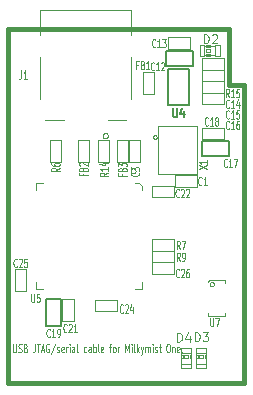
<source format=gto>
G04 (created by PCBNEW-RS274X (2010-05-05 BZR 2356)-stable) date 2010年10月27日 星期三 23时04分44秒*
G01*
G70*
G90*
%MOIN*%
G04 Gerber Fmt 3.4, Leading zero omitted, Abs format*
%FSLAX34Y34*%
G04 APERTURE LIST*
%ADD10C,0.006000*%
%ADD11C,0.015000*%
%ADD12C,0.004500*%
%ADD13C,0.002600*%
%ADD14C,0.004000*%
%ADD15C,0.003000*%
%ADD16C,0.005000*%
%ADD17C,0.003500*%
G04 APERTURE END LIST*
G54D10*
G54D11*
X47244Y-41220D02*
X47244Y-41220D01*
X46732Y-41221D02*
X47244Y-41221D01*
X46732Y-39370D02*
X46732Y-41220D01*
G54D12*
X39528Y-49872D02*
X39528Y-50099D01*
X39536Y-50126D01*
X39545Y-50139D01*
X39562Y-50152D01*
X39596Y-50152D01*
X39614Y-50139D01*
X39622Y-50126D01*
X39631Y-50099D01*
X39631Y-49872D01*
X39708Y-50139D02*
X39734Y-50152D01*
X39777Y-50152D01*
X39794Y-50139D01*
X39803Y-50126D01*
X39811Y-50099D01*
X39811Y-50072D01*
X39803Y-50046D01*
X39794Y-50032D01*
X39777Y-50019D01*
X39743Y-50006D01*
X39725Y-49992D01*
X39717Y-49979D01*
X39708Y-49952D01*
X39708Y-49926D01*
X39717Y-49899D01*
X39725Y-49886D01*
X39743Y-49872D01*
X39785Y-49872D01*
X39811Y-49886D01*
X39948Y-50006D02*
X39974Y-50019D01*
X39982Y-50032D01*
X39991Y-50059D01*
X39991Y-50099D01*
X39982Y-50126D01*
X39974Y-50139D01*
X39956Y-50152D01*
X39888Y-50152D01*
X39888Y-49872D01*
X39948Y-49872D01*
X39965Y-49886D01*
X39974Y-49899D01*
X39982Y-49926D01*
X39982Y-49952D01*
X39974Y-49979D01*
X39965Y-49992D01*
X39948Y-50006D01*
X39888Y-50006D01*
X40256Y-49872D02*
X40256Y-50072D01*
X40248Y-50112D01*
X40231Y-50139D01*
X40205Y-50152D01*
X40188Y-50152D01*
X40316Y-49872D02*
X40419Y-49872D01*
X40368Y-50152D02*
X40368Y-49872D01*
X40470Y-50072D02*
X40556Y-50072D01*
X40453Y-50152D02*
X40513Y-49872D01*
X40573Y-50152D01*
X40727Y-49886D02*
X40710Y-49872D01*
X40684Y-49872D01*
X40659Y-49886D01*
X40641Y-49912D01*
X40633Y-49939D01*
X40624Y-49992D01*
X40624Y-50032D01*
X40633Y-50086D01*
X40641Y-50112D01*
X40659Y-50139D01*
X40684Y-50152D01*
X40701Y-50152D01*
X40727Y-50139D01*
X40736Y-50126D01*
X40736Y-50032D01*
X40701Y-50032D01*
X40941Y-49859D02*
X40787Y-50219D01*
X40993Y-50139D02*
X41010Y-50152D01*
X41045Y-50152D01*
X41062Y-50139D01*
X41070Y-50112D01*
X41070Y-50099D01*
X41062Y-50072D01*
X41045Y-50059D01*
X41019Y-50059D01*
X41002Y-50046D01*
X40993Y-50019D01*
X40993Y-50006D01*
X41002Y-49979D01*
X41019Y-49966D01*
X41045Y-49966D01*
X41062Y-49979D01*
X41216Y-50139D02*
X41199Y-50152D01*
X41165Y-50152D01*
X41148Y-50139D01*
X41139Y-50112D01*
X41139Y-50006D01*
X41148Y-49979D01*
X41165Y-49966D01*
X41199Y-49966D01*
X41216Y-49979D01*
X41225Y-50006D01*
X41225Y-50032D01*
X41139Y-50059D01*
X41302Y-50152D02*
X41302Y-49966D01*
X41302Y-50019D02*
X41310Y-49992D01*
X41319Y-49979D01*
X41336Y-49966D01*
X41353Y-49966D01*
X41413Y-50152D02*
X41413Y-49966D01*
X41413Y-49872D02*
X41404Y-49886D01*
X41413Y-49899D01*
X41421Y-49886D01*
X41413Y-49872D01*
X41413Y-49899D01*
X41576Y-50152D02*
X41576Y-50006D01*
X41567Y-49979D01*
X41550Y-49966D01*
X41516Y-49966D01*
X41499Y-49979D01*
X41576Y-50139D02*
X41559Y-50152D01*
X41516Y-50152D01*
X41499Y-50139D01*
X41490Y-50112D01*
X41490Y-50086D01*
X41499Y-50059D01*
X41516Y-50046D01*
X41559Y-50046D01*
X41576Y-50032D01*
X41688Y-50152D02*
X41670Y-50139D01*
X41662Y-50112D01*
X41662Y-49872D01*
X41970Y-50139D02*
X41953Y-50152D01*
X41919Y-50152D01*
X41901Y-50139D01*
X41893Y-50126D01*
X41884Y-50099D01*
X41884Y-50019D01*
X41893Y-49992D01*
X41901Y-49979D01*
X41919Y-49966D01*
X41953Y-49966D01*
X41970Y-49979D01*
X42124Y-50152D02*
X42124Y-50006D01*
X42115Y-49979D01*
X42098Y-49966D01*
X42064Y-49966D01*
X42047Y-49979D01*
X42124Y-50139D02*
X42107Y-50152D01*
X42064Y-50152D01*
X42047Y-50139D01*
X42038Y-50112D01*
X42038Y-50086D01*
X42047Y-50059D01*
X42064Y-50046D01*
X42107Y-50046D01*
X42124Y-50032D01*
X42210Y-50152D02*
X42210Y-49872D01*
X42210Y-49979D02*
X42227Y-49966D01*
X42261Y-49966D01*
X42278Y-49979D01*
X42287Y-49992D01*
X42296Y-50019D01*
X42296Y-50099D01*
X42287Y-50126D01*
X42278Y-50139D01*
X42261Y-50152D01*
X42227Y-50152D01*
X42210Y-50139D01*
X42399Y-50152D02*
X42381Y-50139D01*
X42373Y-50112D01*
X42373Y-49872D01*
X42535Y-50139D02*
X42518Y-50152D01*
X42484Y-50152D01*
X42467Y-50139D01*
X42458Y-50112D01*
X42458Y-50006D01*
X42467Y-49979D01*
X42484Y-49966D01*
X42518Y-49966D01*
X42535Y-49979D01*
X42544Y-50006D01*
X42544Y-50032D01*
X42458Y-50059D01*
X42732Y-49966D02*
X42801Y-49966D01*
X42758Y-50152D02*
X42758Y-49912D01*
X42766Y-49886D01*
X42784Y-49872D01*
X42801Y-49872D01*
X42887Y-50152D02*
X42869Y-50139D01*
X42861Y-50126D01*
X42852Y-50099D01*
X42852Y-50019D01*
X42861Y-49992D01*
X42869Y-49979D01*
X42887Y-49966D01*
X42912Y-49966D01*
X42929Y-49979D01*
X42938Y-49992D01*
X42947Y-50019D01*
X42947Y-50099D01*
X42938Y-50126D01*
X42929Y-50139D01*
X42912Y-50152D01*
X42887Y-50152D01*
X43024Y-50152D02*
X43024Y-49966D01*
X43024Y-50019D02*
X43032Y-49992D01*
X43041Y-49979D01*
X43058Y-49966D01*
X43075Y-49966D01*
X43272Y-50152D02*
X43272Y-49872D01*
X43332Y-50072D01*
X43392Y-49872D01*
X43392Y-50152D01*
X43478Y-50152D02*
X43478Y-49966D01*
X43478Y-49872D02*
X43469Y-49886D01*
X43478Y-49899D01*
X43486Y-49886D01*
X43478Y-49872D01*
X43478Y-49899D01*
X43590Y-50152D02*
X43572Y-50139D01*
X43564Y-50112D01*
X43564Y-49872D01*
X43658Y-50152D02*
X43658Y-49872D01*
X43675Y-50046D02*
X43726Y-50152D01*
X43726Y-49966D02*
X43658Y-50072D01*
X43787Y-49966D02*
X43830Y-50152D01*
X43872Y-49966D02*
X43830Y-50152D01*
X43812Y-50219D01*
X43804Y-50232D01*
X43787Y-50246D01*
X43941Y-50152D02*
X43941Y-49966D01*
X43941Y-49992D02*
X43949Y-49979D01*
X43967Y-49966D01*
X43992Y-49966D01*
X44009Y-49979D01*
X44018Y-50006D01*
X44018Y-50152D01*
X44018Y-50006D02*
X44027Y-49979D01*
X44044Y-49966D01*
X44069Y-49966D01*
X44087Y-49979D01*
X44095Y-50006D01*
X44095Y-50152D01*
X44181Y-50152D02*
X44181Y-49966D01*
X44181Y-49872D02*
X44172Y-49886D01*
X44181Y-49899D01*
X44189Y-49886D01*
X44181Y-49872D01*
X44181Y-49899D01*
X44258Y-50139D02*
X44275Y-50152D01*
X44310Y-50152D01*
X44327Y-50139D01*
X44335Y-50112D01*
X44335Y-50099D01*
X44327Y-50072D01*
X44310Y-50059D01*
X44284Y-50059D01*
X44267Y-50046D01*
X44258Y-50019D01*
X44258Y-50006D01*
X44267Y-49979D01*
X44284Y-49966D01*
X44310Y-49966D01*
X44327Y-49979D01*
X44387Y-49966D02*
X44456Y-49966D01*
X44413Y-49872D02*
X44413Y-50112D01*
X44421Y-50139D01*
X44439Y-50152D01*
X44456Y-50152D01*
X44687Y-49872D02*
X44721Y-49872D01*
X44739Y-49886D01*
X44756Y-49912D01*
X44764Y-49966D01*
X44764Y-50059D01*
X44756Y-50112D01*
X44739Y-50139D01*
X44721Y-50152D01*
X44687Y-50152D01*
X44670Y-50139D01*
X44653Y-50112D01*
X44644Y-50059D01*
X44644Y-49966D01*
X44653Y-49912D01*
X44670Y-49886D01*
X44687Y-49872D01*
X44842Y-49966D02*
X44842Y-50152D01*
X44842Y-49992D02*
X44850Y-49979D01*
X44868Y-49966D01*
X44893Y-49966D01*
X44910Y-49979D01*
X44919Y-50006D01*
X44919Y-50152D01*
X45073Y-50139D02*
X45056Y-50152D01*
X45022Y-50152D01*
X45005Y-50139D01*
X44996Y-50112D01*
X44996Y-50006D01*
X45005Y-49979D01*
X45022Y-49966D01*
X45056Y-49966D01*
X45073Y-49979D01*
X45082Y-50006D01*
X45082Y-50032D01*
X44996Y-50059D01*
X45159Y-50126D02*
X45167Y-50139D01*
X45159Y-50152D01*
X45150Y-50139D01*
X45159Y-50126D01*
X45159Y-50152D01*
G54D11*
X39370Y-51181D02*
X39370Y-39370D01*
X47244Y-51181D02*
X39370Y-51181D01*
X47244Y-41220D02*
X47244Y-51181D01*
X39370Y-39370D02*
X46732Y-39370D01*
G54D13*
X45903Y-40257D02*
X45903Y-39903D01*
X45903Y-39903D02*
X45746Y-39903D01*
X45746Y-40257D02*
X45746Y-39903D01*
X45903Y-40257D02*
X45746Y-40257D01*
X46414Y-40257D02*
X46414Y-39903D01*
X46414Y-39903D02*
X46257Y-39903D01*
X46257Y-40257D02*
X46257Y-39903D01*
X46414Y-40257D02*
X46257Y-40257D01*
X46080Y-40257D02*
X46080Y-40198D01*
X46080Y-40198D02*
X45962Y-40198D01*
X45962Y-40257D02*
X45962Y-40198D01*
X46080Y-40257D02*
X45962Y-40257D01*
X46080Y-39962D02*
X46080Y-39903D01*
X46080Y-39903D02*
X45962Y-39903D01*
X45962Y-39962D02*
X45962Y-39903D01*
X46080Y-39962D02*
X45962Y-39962D01*
X46080Y-40139D02*
X46080Y-40021D01*
X46080Y-40021D02*
X45962Y-40021D01*
X45962Y-40139D02*
X45962Y-40021D01*
X46080Y-40139D02*
X45962Y-40139D01*
G54D14*
X45903Y-40237D02*
X46257Y-40237D01*
X45903Y-39923D02*
X46257Y-39923D01*
G54D13*
X45623Y-50173D02*
X45977Y-50173D01*
X45977Y-50173D02*
X45977Y-50016D01*
X45623Y-50016D02*
X45977Y-50016D01*
X45623Y-50173D02*
X45623Y-50016D01*
X45623Y-50684D02*
X45977Y-50684D01*
X45977Y-50684D02*
X45977Y-50527D01*
X45623Y-50527D02*
X45977Y-50527D01*
X45623Y-50684D02*
X45623Y-50527D01*
X45623Y-50350D02*
X45682Y-50350D01*
X45682Y-50350D02*
X45682Y-50232D01*
X45623Y-50232D02*
X45682Y-50232D01*
X45623Y-50350D02*
X45623Y-50232D01*
X45918Y-50350D02*
X45977Y-50350D01*
X45977Y-50350D02*
X45977Y-50232D01*
X45918Y-50232D02*
X45977Y-50232D01*
X45918Y-50350D02*
X45918Y-50232D01*
X45741Y-50350D02*
X45859Y-50350D01*
X45859Y-50350D02*
X45859Y-50232D01*
X45741Y-50232D02*
X45859Y-50232D01*
X45741Y-50350D02*
X45741Y-50232D01*
G54D14*
X45643Y-50173D02*
X45643Y-50527D01*
X45957Y-50173D02*
X45957Y-50527D01*
G54D13*
X45123Y-50173D02*
X45477Y-50173D01*
X45477Y-50173D02*
X45477Y-50016D01*
X45123Y-50016D02*
X45477Y-50016D01*
X45123Y-50173D02*
X45123Y-50016D01*
X45123Y-50684D02*
X45477Y-50684D01*
X45477Y-50684D02*
X45477Y-50527D01*
X45123Y-50527D02*
X45477Y-50527D01*
X45123Y-50684D02*
X45123Y-50527D01*
X45123Y-50350D02*
X45182Y-50350D01*
X45182Y-50350D02*
X45182Y-50232D01*
X45123Y-50232D02*
X45182Y-50232D01*
X45123Y-50350D02*
X45123Y-50232D01*
X45418Y-50350D02*
X45477Y-50350D01*
X45477Y-50350D02*
X45477Y-50232D01*
X45418Y-50232D02*
X45477Y-50232D01*
X45418Y-50350D02*
X45418Y-50232D01*
X45241Y-50350D02*
X45359Y-50350D01*
X45359Y-50350D02*
X45359Y-50232D01*
X45241Y-50232D02*
X45359Y-50232D01*
X45241Y-50350D02*
X45241Y-50232D01*
G54D14*
X45143Y-50173D02*
X45143Y-50527D01*
X45457Y-50173D02*
X45457Y-50527D01*
G54D15*
X43613Y-44096D02*
X43611Y-44112D01*
X43606Y-44127D01*
X43599Y-44141D01*
X43588Y-44154D01*
X43576Y-44164D01*
X43562Y-44172D01*
X43546Y-44177D01*
X43530Y-44178D01*
X43515Y-44177D01*
X43499Y-44172D01*
X43485Y-44165D01*
X43472Y-44155D01*
X43462Y-44142D01*
X43454Y-44128D01*
X43449Y-44113D01*
X43448Y-44097D01*
X43449Y-44082D01*
X43453Y-44066D01*
X43461Y-44052D01*
X43471Y-44039D01*
X43483Y-44028D01*
X43497Y-44020D01*
X43513Y-44015D01*
X43529Y-44014D01*
X43544Y-44015D01*
X43560Y-44019D01*
X43574Y-44026D01*
X43587Y-44036D01*
X43597Y-44049D01*
X43605Y-44063D01*
X43610Y-44078D01*
X43612Y-44094D01*
X43613Y-44096D01*
X43825Y-44726D02*
X43825Y-44588D01*
X43825Y-44588D02*
X43727Y-44490D01*
X43727Y-44490D02*
X43589Y-44490D01*
X40282Y-47797D02*
X40282Y-48033D01*
X40282Y-48033D02*
X40518Y-48033D01*
X40518Y-44490D02*
X40282Y-44490D01*
X40282Y-44490D02*
X40282Y-44726D01*
X43589Y-48033D02*
X43825Y-48033D01*
X43825Y-48033D02*
X43825Y-47797D01*
X44920Y-44250D02*
X45650Y-44250D01*
X45650Y-44250D02*
X45650Y-44630D01*
X45650Y-44630D02*
X44920Y-44630D01*
X44920Y-44630D02*
X44920Y-44250D01*
X43397Y-43808D02*
X43397Y-43078D01*
X43397Y-43078D02*
X43777Y-43078D01*
X43777Y-43078D02*
X43777Y-43808D01*
X43777Y-43808D02*
X43397Y-43808D01*
X43860Y-41540D02*
X43860Y-40810D01*
X43860Y-40810D02*
X44240Y-40810D01*
X44240Y-40810D02*
X44240Y-41540D01*
X44240Y-41540D02*
X43860Y-41540D01*
X44900Y-47140D02*
X44170Y-47140D01*
X44170Y-47140D02*
X44170Y-46760D01*
X44170Y-46760D02*
X44900Y-46760D01*
X44900Y-46760D02*
X44900Y-47140D01*
X44900Y-46760D02*
X44170Y-46760D01*
X44170Y-46760D02*
X44170Y-46380D01*
X44170Y-46380D02*
X44900Y-46380D01*
X44900Y-46380D02*
X44900Y-46760D01*
X45820Y-41110D02*
X46550Y-41110D01*
X46550Y-41110D02*
X46550Y-41490D01*
X46550Y-41490D02*
X45820Y-41490D01*
X45820Y-41490D02*
X45820Y-41110D01*
X45820Y-40730D02*
X46550Y-40730D01*
X46550Y-40730D02*
X46550Y-41110D01*
X46550Y-41110D02*
X45820Y-41110D01*
X45820Y-41110D02*
X45820Y-40730D01*
X44710Y-39650D02*
X45440Y-39650D01*
X45440Y-39650D02*
X45440Y-40030D01*
X45440Y-40030D02*
X44710Y-40030D01*
X44710Y-40030D02*
X44710Y-39650D01*
X42260Y-48390D02*
X42990Y-48390D01*
X42990Y-48390D02*
X42990Y-48770D01*
X42990Y-48770D02*
X42260Y-48770D01*
X42260Y-48770D02*
X42260Y-48390D01*
X44170Y-47140D02*
X44900Y-47140D01*
X44900Y-47140D02*
X44900Y-47520D01*
X44900Y-47520D02*
X44170Y-47520D01*
X44170Y-47520D02*
X44170Y-47140D01*
X39970Y-47370D02*
X39970Y-48100D01*
X39970Y-48100D02*
X39590Y-48100D01*
X39590Y-48100D02*
X39590Y-47370D01*
X39590Y-47370D02*
X39970Y-47370D01*
X41550Y-48380D02*
X41550Y-49110D01*
X41550Y-49110D02*
X41170Y-49110D01*
X41170Y-49110D02*
X41170Y-48380D01*
X41170Y-48380D02*
X41550Y-48380D01*
X44150Y-44600D02*
X44880Y-44600D01*
X44880Y-44600D02*
X44880Y-44980D01*
X44880Y-44980D02*
X44150Y-44980D01*
X44150Y-44980D02*
X44150Y-44600D01*
X43359Y-43078D02*
X43359Y-43808D01*
X43359Y-43808D02*
X42979Y-43808D01*
X42979Y-43808D02*
X42979Y-43078D01*
X42979Y-43078D02*
X43359Y-43078D01*
X42060Y-43058D02*
X42060Y-43788D01*
X42060Y-43788D02*
X41680Y-43788D01*
X41680Y-43788D02*
X41680Y-43058D01*
X41680Y-43058D02*
X42060Y-43058D01*
X46550Y-40730D02*
X45820Y-40730D01*
X45820Y-40730D02*
X45820Y-40350D01*
X45820Y-40350D02*
X46550Y-40350D01*
X46550Y-40350D02*
X46550Y-40730D01*
X45820Y-42660D02*
X46550Y-42660D01*
X46550Y-42660D02*
X46550Y-43040D01*
X46550Y-43040D02*
X45820Y-43040D01*
X45820Y-43040D02*
X45820Y-42660D01*
X45820Y-41490D02*
X46550Y-41490D01*
X46550Y-41490D02*
X46550Y-41870D01*
X46550Y-41870D02*
X45820Y-41870D01*
X45820Y-41870D02*
X45820Y-41490D01*
G54D16*
X44630Y-40090D02*
X45530Y-40090D01*
X45530Y-40090D02*
X45530Y-40590D01*
X45530Y-40590D02*
X44630Y-40590D01*
X44630Y-40590D02*
X44630Y-40090D01*
X45830Y-43100D02*
X46730Y-43100D01*
X46730Y-43100D02*
X46730Y-43600D01*
X46730Y-43600D02*
X45830Y-43600D01*
X45830Y-43600D02*
X45830Y-43100D01*
X41120Y-48380D02*
X41120Y-49280D01*
X41120Y-49280D02*
X40620Y-49280D01*
X40620Y-49280D02*
X40620Y-48380D01*
X40620Y-48380D02*
X41120Y-48380D01*
X45400Y-41890D02*
X44700Y-41890D01*
X44700Y-41890D02*
X44700Y-40690D01*
X44700Y-40690D02*
X45400Y-40690D01*
X45400Y-40690D02*
X45400Y-41890D01*
G54D15*
X46227Y-47872D02*
X46225Y-47885D01*
X46221Y-47898D01*
X46215Y-47910D01*
X46206Y-47921D01*
X46196Y-47930D01*
X46184Y-47936D01*
X46171Y-47940D01*
X46157Y-47941D01*
X46144Y-47940D01*
X46131Y-47936D01*
X46119Y-47930D01*
X46109Y-47922D01*
X46100Y-47911D01*
X46093Y-47899D01*
X46089Y-47886D01*
X46088Y-47872D01*
X46089Y-47860D01*
X46092Y-47847D01*
X46099Y-47835D01*
X46107Y-47824D01*
X46118Y-47815D01*
X46129Y-47808D01*
X46142Y-47804D01*
X46156Y-47803D01*
X46169Y-47804D01*
X46182Y-47807D01*
X46194Y-47813D01*
X46205Y-47822D01*
X46214Y-47832D01*
X46220Y-47844D01*
X46225Y-47857D01*
X46226Y-47871D01*
X46227Y-47872D01*
X46587Y-48848D02*
X46587Y-48927D01*
X46587Y-48927D02*
X46041Y-48929D01*
X46041Y-48929D02*
X46041Y-48848D01*
X46586Y-47821D02*
X46586Y-47743D01*
X46586Y-47743D02*
X46045Y-47744D01*
X46045Y-47744D02*
X46044Y-47817D01*
X42686Y-42925D02*
X42684Y-42941D01*
X42679Y-42958D01*
X42671Y-42973D01*
X42660Y-42986D01*
X42647Y-42997D01*
X42632Y-43005D01*
X42616Y-43010D01*
X42599Y-43011D01*
X42583Y-43010D01*
X42567Y-43005D01*
X42552Y-42997D01*
X42539Y-42987D01*
X42528Y-42974D01*
X42520Y-42959D01*
X42514Y-42943D01*
X42513Y-42926D01*
X42514Y-42910D01*
X42519Y-42893D01*
X42526Y-42878D01*
X42537Y-42865D01*
X42550Y-42854D01*
X42565Y-42846D01*
X42581Y-42841D01*
X42598Y-42839D01*
X42614Y-42840D01*
X42630Y-42844D01*
X42645Y-42852D01*
X42658Y-42862D01*
X42670Y-42875D01*
X42678Y-42890D01*
X42683Y-42906D01*
X42685Y-42923D01*
X42686Y-42925D01*
X43446Y-40307D02*
X43446Y-41704D01*
X40414Y-39578D02*
X40414Y-38732D01*
X40414Y-38732D02*
X43446Y-38732D01*
X43446Y-38732D02*
X43446Y-39559D01*
X40414Y-41704D02*
X40414Y-40307D01*
X42678Y-42393D02*
X43308Y-42393D01*
X41222Y-42393D02*
X40592Y-42393D01*
X40759Y-43788D02*
X40759Y-43058D01*
X40759Y-43058D02*
X41139Y-43058D01*
X41139Y-43058D02*
X41139Y-43788D01*
X41139Y-43788D02*
X40759Y-43788D01*
X42349Y-43792D02*
X42349Y-43062D01*
X42349Y-43062D02*
X42729Y-43062D01*
X42729Y-43062D02*
X42729Y-43792D01*
X42729Y-43792D02*
X42349Y-43792D01*
X44316Y-42970D02*
X44314Y-42981D01*
X44311Y-42992D01*
X44306Y-43002D01*
X44298Y-43011D01*
X44289Y-43018D01*
X44279Y-43024D01*
X44268Y-43027D01*
X44257Y-43028D01*
X44246Y-43027D01*
X44235Y-43024D01*
X44225Y-43019D01*
X44216Y-43012D01*
X44209Y-43003D01*
X44203Y-42993D01*
X44200Y-42982D01*
X44199Y-42970D01*
X44199Y-42960D01*
X44203Y-42949D01*
X44208Y-42939D01*
X44215Y-42930D01*
X44224Y-42922D01*
X44234Y-42916D01*
X44245Y-42913D01*
X44256Y-42912D01*
X44267Y-42912D01*
X44278Y-42915D01*
X44288Y-42921D01*
X44297Y-42928D01*
X44305Y-42936D01*
X44310Y-42947D01*
X44314Y-42957D01*
X44315Y-42969D01*
X44316Y-42970D01*
X45645Y-42596D02*
X44365Y-42596D01*
X44365Y-42596D02*
X44365Y-44210D01*
X44365Y-44210D02*
X45645Y-44210D01*
X45645Y-44210D02*
X45645Y-42596D01*
G54D17*
X45880Y-39845D02*
X45880Y-39545D01*
X45952Y-39545D01*
X45995Y-39560D01*
X46023Y-39588D01*
X46038Y-39617D01*
X46052Y-39674D01*
X46052Y-39717D01*
X46038Y-39774D01*
X46023Y-39803D01*
X45995Y-39831D01*
X45952Y-39845D01*
X45880Y-39845D01*
X46166Y-39574D02*
X46180Y-39560D01*
X46209Y-39545D01*
X46280Y-39545D01*
X46309Y-39560D01*
X46323Y-39574D01*
X46338Y-39603D01*
X46338Y-39631D01*
X46323Y-39674D01*
X46152Y-39845D01*
X46338Y-39845D01*
X45578Y-49781D02*
X45578Y-49481D01*
X45650Y-49481D01*
X45693Y-49496D01*
X45721Y-49524D01*
X45736Y-49553D01*
X45750Y-49610D01*
X45750Y-49653D01*
X45736Y-49710D01*
X45721Y-49739D01*
X45693Y-49767D01*
X45650Y-49781D01*
X45578Y-49781D01*
X45850Y-49481D02*
X46036Y-49481D01*
X45936Y-49596D01*
X45978Y-49596D01*
X46007Y-49610D01*
X46021Y-49624D01*
X46036Y-49653D01*
X46036Y-49724D01*
X46021Y-49753D01*
X46007Y-49767D01*
X45978Y-49781D01*
X45893Y-49781D01*
X45864Y-49767D01*
X45850Y-49753D01*
X44988Y-49791D02*
X44988Y-49491D01*
X45060Y-49491D01*
X45103Y-49506D01*
X45131Y-49534D01*
X45146Y-49563D01*
X45160Y-49620D01*
X45160Y-49663D01*
X45146Y-49720D01*
X45131Y-49749D01*
X45103Y-49777D01*
X45060Y-49791D01*
X44988Y-49791D01*
X45417Y-49591D02*
X45417Y-49791D01*
X45346Y-49477D02*
X45274Y-49691D01*
X45460Y-49691D01*
G54D12*
X40133Y-48193D02*
X40133Y-48420D01*
X40141Y-48447D01*
X40150Y-48460D01*
X40167Y-48473D01*
X40201Y-48473D01*
X40219Y-48460D01*
X40227Y-48447D01*
X40236Y-48420D01*
X40236Y-48193D01*
X40408Y-48193D02*
X40322Y-48193D01*
X40313Y-48327D01*
X40322Y-48313D01*
X40339Y-48300D01*
X40382Y-48300D01*
X40399Y-48313D01*
X40408Y-48327D01*
X40416Y-48353D01*
X40416Y-48420D01*
X40408Y-48447D01*
X40399Y-48460D01*
X40382Y-48473D01*
X40339Y-48473D01*
X40322Y-48460D01*
X40313Y-48447D01*
X45811Y-44547D02*
X45802Y-44560D01*
X45776Y-44573D01*
X45759Y-44573D01*
X45734Y-44560D01*
X45716Y-44533D01*
X45708Y-44507D01*
X45699Y-44453D01*
X45699Y-44413D01*
X45708Y-44360D01*
X45716Y-44333D01*
X45734Y-44307D01*
X45759Y-44293D01*
X45776Y-44293D01*
X45802Y-44307D01*
X45811Y-44320D01*
X45982Y-44573D02*
X45879Y-44573D01*
X45931Y-44573D02*
X45931Y-44293D01*
X45914Y-44333D01*
X45896Y-44360D01*
X45879Y-44373D01*
X43714Y-44157D02*
X43727Y-44166D01*
X43740Y-44192D01*
X43740Y-44209D01*
X43727Y-44234D01*
X43700Y-44252D01*
X43674Y-44260D01*
X43620Y-44269D01*
X43580Y-44269D01*
X43527Y-44260D01*
X43500Y-44252D01*
X43474Y-44234D01*
X43460Y-44209D01*
X43460Y-44192D01*
X43474Y-44166D01*
X43487Y-44157D01*
X43460Y-44097D02*
X43460Y-43986D01*
X43567Y-44046D01*
X43567Y-44020D01*
X43580Y-44003D01*
X43594Y-43994D01*
X43620Y-43986D01*
X43687Y-43986D01*
X43714Y-43994D01*
X43727Y-44003D01*
X43740Y-44020D01*
X43740Y-44072D01*
X43727Y-44089D01*
X43714Y-44097D01*
X43701Y-40567D02*
X43641Y-40567D01*
X43641Y-40713D02*
X43641Y-40433D01*
X43727Y-40433D01*
X43855Y-40567D02*
X43881Y-40580D01*
X43889Y-40593D01*
X43898Y-40620D01*
X43898Y-40660D01*
X43889Y-40687D01*
X43881Y-40700D01*
X43863Y-40713D01*
X43795Y-40713D01*
X43795Y-40433D01*
X43855Y-40433D01*
X43872Y-40447D01*
X43881Y-40460D01*
X43889Y-40487D01*
X43889Y-40513D01*
X43881Y-40540D01*
X43872Y-40553D01*
X43855Y-40567D01*
X43795Y-40567D01*
X44069Y-40713D02*
X43966Y-40713D01*
X44018Y-40713D02*
X44018Y-40433D01*
X44001Y-40473D01*
X43983Y-40500D01*
X43966Y-40513D01*
X45091Y-47103D02*
X45031Y-46970D01*
X44988Y-47103D02*
X44988Y-46823D01*
X45056Y-46823D01*
X45074Y-46837D01*
X45082Y-46850D01*
X45091Y-46877D01*
X45091Y-46917D01*
X45082Y-46943D01*
X45074Y-46957D01*
X45056Y-46970D01*
X44988Y-46970D01*
X45176Y-47103D02*
X45211Y-47103D01*
X45228Y-47090D01*
X45236Y-47077D01*
X45254Y-47037D01*
X45262Y-46983D01*
X45262Y-46877D01*
X45254Y-46850D01*
X45245Y-46837D01*
X45228Y-46823D01*
X45194Y-46823D01*
X45176Y-46837D01*
X45168Y-46850D01*
X45159Y-46877D01*
X45159Y-46943D01*
X45168Y-46970D01*
X45176Y-46983D01*
X45194Y-46997D01*
X45228Y-46997D01*
X45245Y-46983D01*
X45254Y-46970D01*
X45262Y-46943D01*
X45091Y-46713D02*
X45031Y-46580D01*
X44988Y-46713D02*
X44988Y-46433D01*
X45056Y-46433D01*
X45074Y-46447D01*
X45082Y-46460D01*
X45091Y-46487D01*
X45091Y-46527D01*
X45082Y-46553D01*
X45074Y-46567D01*
X45056Y-46580D01*
X44988Y-46580D01*
X45151Y-46433D02*
X45271Y-46433D01*
X45194Y-46713D01*
X46735Y-42331D02*
X46726Y-42344D01*
X46700Y-42357D01*
X46683Y-42357D01*
X46658Y-42344D01*
X46640Y-42317D01*
X46632Y-42291D01*
X46623Y-42237D01*
X46623Y-42197D01*
X46632Y-42144D01*
X46640Y-42117D01*
X46658Y-42091D01*
X46683Y-42077D01*
X46700Y-42077D01*
X46726Y-42091D01*
X46735Y-42104D01*
X46906Y-42357D02*
X46803Y-42357D01*
X46855Y-42357D02*
X46855Y-42077D01*
X46838Y-42117D01*
X46820Y-42144D01*
X46803Y-42157D01*
X47069Y-42077D02*
X46983Y-42077D01*
X46974Y-42211D01*
X46983Y-42197D01*
X47000Y-42184D01*
X47043Y-42184D01*
X47060Y-42197D01*
X47069Y-42211D01*
X47077Y-42237D01*
X47077Y-42304D01*
X47069Y-42331D01*
X47060Y-42344D01*
X47043Y-42357D01*
X47000Y-42357D01*
X46983Y-42344D01*
X46974Y-42331D01*
X46735Y-41977D02*
X46726Y-41990D01*
X46700Y-42003D01*
X46683Y-42003D01*
X46658Y-41990D01*
X46640Y-41963D01*
X46632Y-41937D01*
X46623Y-41883D01*
X46623Y-41843D01*
X46632Y-41790D01*
X46640Y-41763D01*
X46658Y-41737D01*
X46683Y-41723D01*
X46700Y-41723D01*
X46726Y-41737D01*
X46735Y-41750D01*
X46906Y-42003D02*
X46803Y-42003D01*
X46855Y-42003D02*
X46855Y-41723D01*
X46838Y-41763D01*
X46820Y-41790D01*
X46803Y-41803D01*
X47060Y-41817D02*
X47060Y-42003D01*
X47017Y-41710D02*
X46974Y-41910D01*
X47086Y-41910D01*
X44275Y-39957D02*
X44266Y-39970D01*
X44240Y-39983D01*
X44223Y-39983D01*
X44198Y-39970D01*
X44180Y-39943D01*
X44172Y-39917D01*
X44163Y-39863D01*
X44163Y-39823D01*
X44172Y-39770D01*
X44180Y-39743D01*
X44198Y-39717D01*
X44223Y-39703D01*
X44240Y-39703D01*
X44266Y-39717D01*
X44275Y-39730D01*
X44446Y-39983D02*
X44343Y-39983D01*
X44395Y-39983D02*
X44395Y-39703D01*
X44378Y-39743D01*
X44360Y-39770D01*
X44343Y-39783D01*
X44506Y-39703D02*
X44617Y-39703D01*
X44557Y-39810D01*
X44583Y-39810D01*
X44600Y-39823D01*
X44609Y-39837D01*
X44617Y-39863D01*
X44617Y-39930D01*
X44609Y-39957D01*
X44600Y-39970D01*
X44583Y-39983D01*
X44531Y-39983D01*
X44514Y-39970D01*
X44506Y-39957D01*
X43192Y-48807D02*
X43183Y-48820D01*
X43157Y-48833D01*
X43140Y-48833D01*
X43115Y-48820D01*
X43097Y-48793D01*
X43089Y-48767D01*
X43080Y-48713D01*
X43080Y-48673D01*
X43089Y-48620D01*
X43097Y-48593D01*
X43115Y-48567D01*
X43140Y-48553D01*
X43157Y-48553D01*
X43183Y-48567D01*
X43192Y-48580D01*
X43260Y-48580D02*
X43269Y-48567D01*
X43286Y-48553D01*
X43329Y-48553D01*
X43346Y-48567D01*
X43355Y-48580D01*
X43363Y-48607D01*
X43363Y-48633D01*
X43355Y-48673D01*
X43252Y-48833D01*
X43363Y-48833D01*
X43517Y-48647D02*
X43517Y-48833D01*
X43474Y-48540D02*
X43431Y-48740D01*
X43543Y-48740D01*
X45062Y-47626D02*
X45053Y-47639D01*
X45027Y-47652D01*
X45010Y-47652D01*
X44985Y-47639D01*
X44967Y-47612D01*
X44959Y-47586D01*
X44950Y-47532D01*
X44950Y-47492D01*
X44959Y-47439D01*
X44967Y-47412D01*
X44985Y-47386D01*
X45010Y-47372D01*
X45027Y-47372D01*
X45053Y-47386D01*
X45062Y-47399D01*
X45130Y-47399D02*
X45139Y-47386D01*
X45156Y-47372D01*
X45199Y-47372D01*
X45216Y-47386D01*
X45225Y-47399D01*
X45233Y-47426D01*
X45233Y-47452D01*
X45225Y-47492D01*
X45122Y-47652D01*
X45233Y-47652D01*
X45387Y-47372D02*
X45353Y-47372D01*
X45336Y-47386D01*
X45327Y-47399D01*
X45310Y-47439D01*
X45301Y-47492D01*
X45301Y-47599D01*
X45310Y-47626D01*
X45318Y-47639D01*
X45336Y-47652D01*
X45370Y-47652D01*
X45387Y-47639D01*
X45396Y-47626D01*
X45404Y-47599D01*
X45404Y-47532D01*
X45396Y-47506D01*
X45387Y-47492D01*
X45370Y-47479D01*
X45336Y-47479D01*
X45318Y-47492D01*
X45310Y-47506D01*
X45301Y-47532D01*
X39655Y-47277D02*
X39646Y-47290D01*
X39620Y-47303D01*
X39603Y-47303D01*
X39578Y-47290D01*
X39560Y-47263D01*
X39552Y-47237D01*
X39543Y-47183D01*
X39543Y-47143D01*
X39552Y-47090D01*
X39560Y-47063D01*
X39578Y-47037D01*
X39603Y-47023D01*
X39620Y-47023D01*
X39646Y-47037D01*
X39655Y-47050D01*
X39723Y-47050D02*
X39732Y-47037D01*
X39749Y-47023D01*
X39792Y-47023D01*
X39809Y-47037D01*
X39818Y-47050D01*
X39826Y-47077D01*
X39826Y-47103D01*
X39818Y-47143D01*
X39715Y-47303D01*
X39826Y-47303D01*
X39989Y-47023D02*
X39903Y-47023D01*
X39894Y-47157D01*
X39903Y-47143D01*
X39920Y-47130D01*
X39963Y-47130D01*
X39980Y-47143D01*
X39989Y-47157D01*
X39997Y-47183D01*
X39997Y-47250D01*
X39989Y-47277D01*
X39980Y-47290D01*
X39963Y-47303D01*
X39920Y-47303D01*
X39903Y-47290D01*
X39894Y-47277D01*
X41315Y-49447D02*
X41306Y-49460D01*
X41280Y-49473D01*
X41263Y-49473D01*
X41238Y-49460D01*
X41220Y-49433D01*
X41212Y-49407D01*
X41203Y-49353D01*
X41203Y-49313D01*
X41212Y-49260D01*
X41220Y-49233D01*
X41238Y-49207D01*
X41263Y-49193D01*
X41280Y-49193D01*
X41306Y-49207D01*
X41315Y-49220D01*
X41383Y-49220D02*
X41392Y-49207D01*
X41409Y-49193D01*
X41452Y-49193D01*
X41469Y-49207D01*
X41478Y-49220D01*
X41486Y-49247D01*
X41486Y-49273D01*
X41478Y-49313D01*
X41375Y-49473D01*
X41486Y-49473D01*
X41657Y-49473D02*
X41554Y-49473D01*
X41606Y-49473D02*
X41606Y-49193D01*
X41589Y-49233D01*
X41571Y-49260D01*
X41554Y-49273D01*
X45055Y-44957D02*
X45046Y-44970D01*
X45020Y-44983D01*
X45003Y-44983D01*
X44978Y-44970D01*
X44960Y-44943D01*
X44952Y-44917D01*
X44943Y-44863D01*
X44943Y-44823D01*
X44952Y-44770D01*
X44960Y-44743D01*
X44978Y-44717D01*
X45003Y-44703D01*
X45020Y-44703D01*
X45046Y-44717D01*
X45055Y-44730D01*
X45123Y-44730D02*
X45132Y-44717D01*
X45149Y-44703D01*
X45192Y-44703D01*
X45209Y-44717D01*
X45218Y-44730D01*
X45226Y-44757D01*
X45226Y-44783D01*
X45218Y-44823D01*
X45115Y-44983D01*
X45226Y-44983D01*
X45294Y-44730D02*
X45303Y-44717D01*
X45320Y-44703D01*
X45363Y-44703D01*
X45380Y-44717D01*
X45389Y-44730D01*
X45397Y-44757D01*
X45397Y-44783D01*
X45389Y-44823D01*
X45286Y-44983D01*
X45397Y-44983D01*
X43176Y-44207D02*
X43176Y-44267D01*
X43322Y-44267D02*
X43042Y-44267D01*
X43042Y-44181D01*
X43176Y-44053D02*
X43189Y-44027D01*
X43202Y-44019D01*
X43229Y-44010D01*
X43269Y-44010D01*
X43296Y-44019D01*
X43309Y-44027D01*
X43322Y-44045D01*
X43322Y-44113D01*
X43042Y-44113D01*
X43042Y-44053D01*
X43056Y-44036D01*
X43069Y-44027D01*
X43096Y-44019D01*
X43122Y-44019D01*
X43149Y-44027D01*
X43162Y-44036D01*
X43176Y-44053D01*
X43176Y-44113D01*
X43042Y-43950D02*
X43042Y-43839D01*
X43149Y-43899D01*
X43149Y-43873D01*
X43162Y-43856D01*
X43176Y-43847D01*
X43202Y-43839D01*
X43269Y-43839D01*
X43296Y-43847D01*
X43309Y-43856D01*
X43322Y-43873D01*
X43322Y-43925D01*
X43309Y-43942D01*
X43296Y-43950D01*
X41877Y-44187D02*
X41877Y-44247D01*
X42023Y-44247D02*
X41743Y-44247D01*
X41743Y-44161D01*
X41877Y-44033D02*
X41890Y-44007D01*
X41903Y-43999D01*
X41930Y-43990D01*
X41970Y-43990D01*
X41997Y-43999D01*
X42010Y-44007D01*
X42023Y-44025D01*
X42023Y-44093D01*
X41743Y-44093D01*
X41743Y-44033D01*
X41757Y-44016D01*
X41770Y-44007D01*
X41797Y-43999D01*
X41823Y-43999D01*
X41850Y-44007D01*
X41863Y-44016D01*
X41877Y-44033D01*
X41877Y-44093D01*
X41770Y-43922D02*
X41757Y-43913D01*
X41743Y-43896D01*
X41743Y-43853D01*
X41757Y-43836D01*
X41770Y-43827D01*
X41797Y-43819D01*
X41823Y-43819D01*
X41863Y-43827D01*
X42023Y-43930D01*
X42023Y-43819D01*
X46735Y-41648D02*
X46675Y-41515D01*
X46632Y-41648D02*
X46632Y-41368D01*
X46700Y-41368D01*
X46718Y-41382D01*
X46726Y-41395D01*
X46735Y-41422D01*
X46735Y-41462D01*
X46726Y-41488D01*
X46718Y-41502D01*
X46700Y-41515D01*
X46632Y-41515D01*
X46906Y-41648D02*
X46803Y-41648D01*
X46855Y-41648D02*
X46855Y-41368D01*
X46838Y-41408D01*
X46820Y-41435D01*
X46803Y-41448D01*
X47069Y-41368D02*
X46983Y-41368D01*
X46974Y-41502D01*
X46983Y-41488D01*
X47000Y-41475D01*
X47043Y-41475D01*
X47060Y-41488D01*
X47069Y-41502D01*
X47077Y-41528D01*
X47077Y-41595D01*
X47069Y-41622D01*
X47060Y-41635D01*
X47043Y-41648D01*
X47000Y-41648D01*
X46983Y-41635D01*
X46974Y-41622D01*
X46027Y-42567D02*
X46018Y-42580D01*
X45992Y-42593D01*
X45975Y-42593D01*
X45950Y-42580D01*
X45932Y-42553D01*
X45924Y-42527D01*
X45915Y-42473D01*
X45915Y-42433D01*
X45924Y-42380D01*
X45932Y-42353D01*
X45950Y-42327D01*
X45975Y-42313D01*
X45992Y-42313D01*
X46018Y-42327D01*
X46027Y-42340D01*
X46198Y-42593D02*
X46095Y-42593D01*
X46147Y-42593D02*
X46147Y-42313D01*
X46130Y-42353D01*
X46112Y-42380D01*
X46095Y-42393D01*
X46301Y-42433D02*
X46283Y-42420D01*
X46275Y-42407D01*
X46266Y-42380D01*
X46266Y-42367D01*
X46275Y-42340D01*
X46283Y-42327D01*
X46301Y-42313D01*
X46335Y-42313D01*
X46352Y-42327D01*
X46361Y-42340D01*
X46369Y-42367D01*
X46369Y-42380D01*
X46361Y-42407D01*
X46352Y-42420D01*
X46335Y-42433D01*
X46301Y-42433D01*
X46283Y-42447D01*
X46275Y-42460D01*
X46266Y-42487D01*
X46266Y-42540D01*
X46275Y-42567D01*
X46283Y-42580D01*
X46301Y-42593D01*
X46335Y-42593D01*
X46352Y-42580D01*
X46361Y-42567D01*
X46369Y-42540D01*
X46369Y-42487D01*
X46361Y-42460D01*
X46352Y-42447D01*
X46335Y-42433D01*
X46735Y-42685D02*
X46726Y-42698D01*
X46700Y-42711D01*
X46683Y-42711D01*
X46658Y-42698D01*
X46640Y-42671D01*
X46632Y-42645D01*
X46623Y-42591D01*
X46623Y-42551D01*
X46632Y-42498D01*
X46640Y-42471D01*
X46658Y-42445D01*
X46683Y-42431D01*
X46700Y-42431D01*
X46726Y-42445D01*
X46735Y-42458D01*
X46906Y-42711D02*
X46803Y-42711D01*
X46855Y-42711D02*
X46855Y-42431D01*
X46838Y-42471D01*
X46820Y-42498D01*
X46803Y-42511D01*
X47060Y-42431D02*
X47026Y-42431D01*
X47009Y-42445D01*
X47000Y-42458D01*
X46983Y-42498D01*
X46974Y-42551D01*
X46974Y-42658D01*
X46983Y-42685D01*
X46991Y-42698D01*
X47009Y-42711D01*
X47043Y-42711D01*
X47060Y-42698D01*
X47069Y-42685D01*
X47077Y-42658D01*
X47077Y-42591D01*
X47069Y-42565D01*
X47060Y-42551D01*
X47043Y-42538D01*
X47009Y-42538D01*
X46991Y-42551D01*
X46983Y-42565D01*
X46974Y-42591D01*
X44235Y-40727D02*
X44226Y-40740D01*
X44200Y-40753D01*
X44183Y-40753D01*
X44158Y-40740D01*
X44140Y-40713D01*
X44132Y-40687D01*
X44123Y-40633D01*
X44123Y-40593D01*
X44132Y-40540D01*
X44140Y-40513D01*
X44158Y-40487D01*
X44183Y-40473D01*
X44200Y-40473D01*
X44226Y-40487D01*
X44235Y-40500D01*
X44406Y-40753D02*
X44303Y-40753D01*
X44355Y-40753D02*
X44355Y-40473D01*
X44338Y-40513D01*
X44320Y-40540D01*
X44303Y-40553D01*
X44474Y-40500D02*
X44483Y-40487D01*
X44500Y-40473D01*
X44543Y-40473D01*
X44560Y-40487D01*
X44569Y-40500D01*
X44577Y-40527D01*
X44577Y-40553D01*
X44569Y-40593D01*
X44466Y-40753D01*
X44577Y-40753D01*
X46657Y-43945D02*
X46648Y-43958D01*
X46622Y-43971D01*
X46605Y-43971D01*
X46580Y-43958D01*
X46562Y-43931D01*
X46554Y-43905D01*
X46545Y-43851D01*
X46545Y-43811D01*
X46554Y-43758D01*
X46562Y-43731D01*
X46580Y-43705D01*
X46605Y-43691D01*
X46622Y-43691D01*
X46648Y-43705D01*
X46657Y-43718D01*
X46828Y-43971D02*
X46725Y-43971D01*
X46777Y-43971D02*
X46777Y-43691D01*
X46760Y-43731D01*
X46742Y-43758D01*
X46725Y-43771D01*
X46888Y-43691D02*
X47008Y-43691D01*
X46931Y-43971D01*
X40755Y-49617D02*
X40746Y-49630D01*
X40720Y-49643D01*
X40703Y-49643D01*
X40678Y-49630D01*
X40660Y-49603D01*
X40652Y-49577D01*
X40643Y-49523D01*
X40643Y-49483D01*
X40652Y-49430D01*
X40660Y-49403D01*
X40678Y-49377D01*
X40703Y-49363D01*
X40720Y-49363D01*
X40746Y-49377D01*
X40755Y-49390D01*
X40926Y-49643D02*
X40823Y-49643D01*
X40875Y-49643D02*
X40875Y-49363D01*
X40858Y-49403D01*
X40840Y-49430D01*
X40823Y-49443D01*
X41011Y-49643D02*
X41046Y-49643D01*
X41063Y-49630D01*
X41071Y-49617D01*
X41089Y-49577D01*
X41097Y-49523D01*
X41097Y-49417D01*
X41089Y-49390D01*
X41080Y-49377D01*
X41063Y-49363D01*
X41029Y-49363D01*
X41011Y-49377D01*
X41003Y-49390D01*
X40994Y-49417D01*
X40994Y-49483D01*
X41003Y-49510D01*
X41011Y-49523D01*
X41029Y-49537D01*
X41063Y-49537D01*
X41080Y-49523D01*
X41089Y-49510D01*
X41097Y-49483D01*
G54D16*
X44860Y-42001D02*
X44860Y-42244D01*
X44871Y-42273D01*
X44883Y-42287D01*
X44907Y-42301D01*
X44955Y-42301D01*
X44979Y-42287D01*
X44990Y-42273D01*
X45002Y-42244D01*
X45002Y-42001D01*
X45229Y-42101D02*
X45229Y-42301D01*
X45169Y-41987D02*
X45110Y-42201D01*
X45264Y-42201D01*
G54D12*
X46103Y-49003D02*
X46103Y-49230D01*
X46111Y-49257D01*
X46120Y-49270D01*
X46137Y-49283D01*
X46171Y-49283D01*
X46189Y-49270D01*
X46197Y-49257D01*
X46206Y-49230D01*
X46206Y-49003D01*
X46275Y-49003D02*
X46395Y-49003D01*
X46318Y-49283D01*
X39810Y-40743D02*
X39810Y-40943D01*
X39802Y-40983D01*
X39785Y-41010D01*
X39759Y-41023D01*
X39742Y-41023D01*
X39990Y-41023D02*
X39887Y-41023D01*
X39939Y-41023D02*
X39939Y-40743D01*
X39922Y-40783D01*
X39904Y-40810D01*
X39887Y-40823D01*
X41082Y-43997D02*
X40949Y-44057D01*
X41082Y-44100D02*
X40802Y-44100D01*
X40802Y-44032D01*
X40816Y-44014D01*
X40829Y-44006D01*
X40856Y-43997D01*
X40896Y-43997D01*
X40922Y-44006D01*
X40936Y-44014D01*
X40949Y-44032D01*
X40949Y-44100D01*
X40802Y-43843D02*
X40802Y-43877D01*
X40816Y-43894D01*
X40829Y-43903D01*
X40869Y-43920D01*
X40922Y-43929D01*
X41029Y-43929D01*
X41056Y-43920D01*
X41069Y-43912D01*
X41082Y-43894D01*
X41082Y-43860D01*
X41069Y-43843D01*
X41056Y-43834D01*
X41029Y-43826D01*
X40962Y-43826D01*
X40936Y-43834D01*
X40922Y-43843D01*
X40909Y-43860D01*
X40909Y-43894D01*
X40922Y-43912D01*
X40936Y-43920D01*
X40962Y-43929D01*
X42702Y-44157D02*
X42569Y-44217D01*
X42702Y-44260D02*
X42422Y-44260D01*
X42422Y-44192D01*
X42436Y-44174D01*
X42449Y-44166D01*
X42476Y-44157D01*
X42516Y-44157D01*
X42542Y-44166D01*
X42556Y-44174D01*
X42569Y-44192D01*
X42569Y-44260D01*
X42702Y-43986D02*
X42702Y-44089D01*
X42702Y-44037D02*
X42422Y-44037D01*
X42462Y-44054D01*
X42489Y-44072D01*
X42502Y-44089D01*
X42516Y-43832D02*
X42702Y-43832D01*
X42409Y-43875D02*
X42609Y-43918D01*
X42609Y-43806D01*
X45723Y-44035D02*
X46003Y-43915D01*
X45723Y-43915D02*
X46003Y-44035D01*
X46003Y-43753D02*
X46003Y-43856D01*
X46003Y-43804D02*
X45723Y-43804D01*
X45763Y-43821D01*
X45790Y-43839D01*
X45803Y-43856D01*
M02*

</source>
